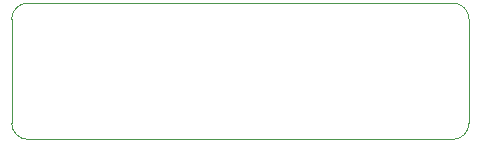
<source format=gbr>
%TF.GenerationSoftware,Altium Limited,Altium Designer,24.6.1 (21)*%
G04 Layer_Color=0*
%FSLAX45Y45*%
%MOMM*%
%TF.SameCoordinates,F35BE60C-E53C-40B9-8BD6-1E0088A18739*%
%TF.FilePolarity,Positive*%
%TF.FileFunction,Profile,NP*%
%TF.Part,Single*%
G01*
G75*
%TA.AperFunction,Profile*%
%ADD20C,0.02540*%
D20*
X-38138Y88900D02*
G03*
X101600Y-50838I139738J0D01*
G01*
X3695700D01*
D02*
G03*
X3835438Y88900I0J139738D01*
G01*
Y965200D01*
D02*
G03*
X3695700Y1104938I-139738J0D01*
G01*
X101600D01*
D02*
G03*
X-38138Y965200I0J-139738D01*
G01*
Y88900D01*
%TF.MD5,4e1e3b4b55123743811a717c8bee2f5b*%
M02*

</source>
